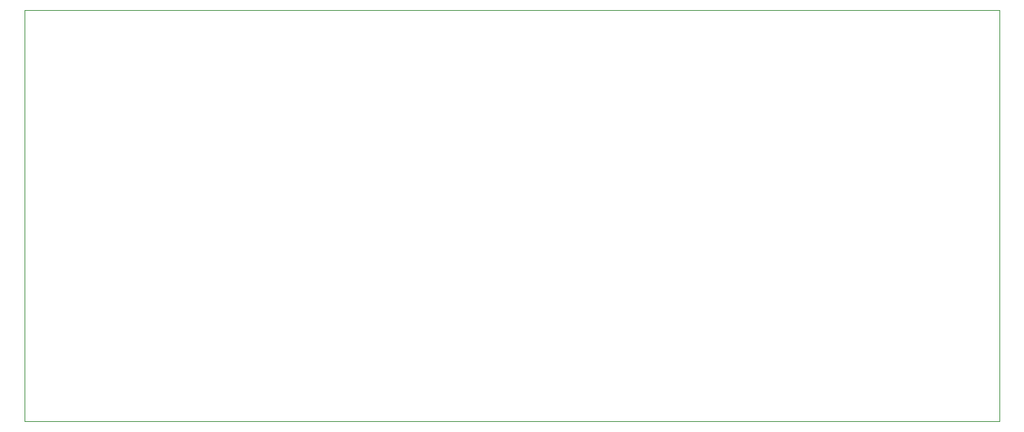
<source format=gbr>
%TF.GenerationSoftware,KiCad,Pcbnew,8.0.5*%
%TF.CreationDate,2024-10-04T10:44:53+02:00*%
%TF.ProjectId,8-bit computer,382d6269-7420-4636-9f6d-70757465722e,rev?*%
%TF.SameCoordinates,Original*%
%TF.FileFunction,Profile,NP*%
%FSLAX46Y46*%
G04 Gerber Fmt 4.6, Leading zero omitted, Abs format (unit mm)*
G04 Created by KiCad (PCBNEW 8.0.5) date 2024-10-04 10:44:53*
%MOMM*%
%LPD*%
G01*
G04 APERTURE LIST*
%TA.AperFunction,Profile*%
%ADD10C,0.050000*%
%TD*%
G04 APERTURE END LIST*
D10*
X87630000Y-50800000D02*
X201930000Y-50800000D01*
X201930000Y-99060000D01*
X87630000Y-99060000D01*
X87630000Y-50800000D01*
M02*

</source>
